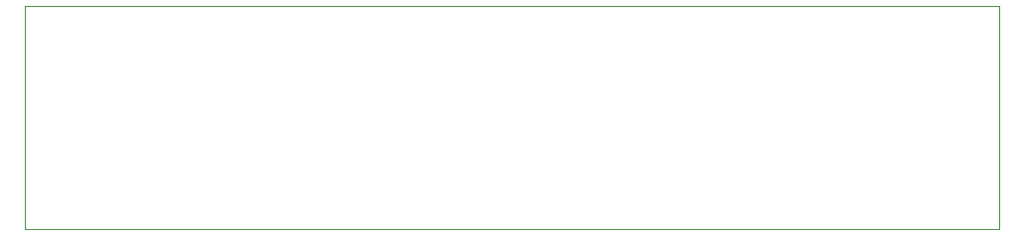
<source format=gm1>
%TF.GenerationSoftware,KiCad,Pcbnew,(6.0.11)*%
%TF.CreationDate,2023-08-12T22:25:01-04:00*%
%TF.ProjectId,FP_SW_rev_21,46505f53-575f-4726-9576-5f32312e6b69,rev?*%
%TF.SameCoordinates,Original*%
%TF.FileFunction,Profile,NP*%
%FSLAX46Y46*%
G04 Gerber Fmt 4.6, Leading zero omitted, Abs format (unit mm)*
G04 Created by KiCad (PCBNEW (6.0.11)) date 2023-08-12 22:25:01*
%MOMM*%
%LPD*%
G01*
G04 APERTURE LIST*
%TA.AperFunction,Profile*%
%ADD10C,0.100000*%
%TD*%
G04 APERTURE END LIST*
D10*
X107000000Y-88000000D02*
X190000000Y-88000000D01*
X190000000Y-88000000D02*
X190000000Y-107000000D01*
X190000000Y-107000000D02*
X107000000Y-107000000D01*
X107000000Y-107000000D02*
X107000000Y-88000000D01*
M02*

</source>
